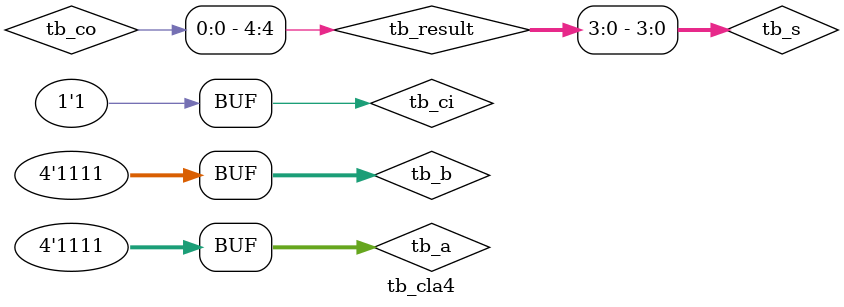
<source format=v>
`timescale 1ns/100ps
module tb_cla4;
	//set reg 0~3 tb_a & tb_b
	reg [3:0] tb_a, tb_b;
	//set reg tb_ci
	reg tb_ci;
	//declare wire 0~3 tb_s
	wire [3:0] tb_s;
	//declare tb_co
	wire tb_co;
	//declare 0~4 tb_result = 5bit
	wire [4:0] tb_result;
	
	//assign tb_result(1bit+4bit)
	assign tb_result = {tb_co, tb_s};
	//use cla4
	cla4 U0_cla4(.a(tb_a),.b(tb_b),.ci(tb_ci),.s(tb_s),.co(tb_co));

initial
begin 
	tb_a=4'b0; tb_b=4'b0; tb_ci = 0;//a=0000,b=0000,ci=0
	#10;
		tb_a=4'b0001; tb_b=4'b0001; tb_ci = 0; //a=0001,b=0001,ci=0
	#10;
		tb_a=4'b1001; tb_b=4'b0110; tb_ci = 0; //a=1001,b=0110,ci=0
	#10;
		tb_a=4'b1111; tb_b=4'b1111; tb_ci = 0; //a=1111,b=1111,ci=0
	#10;
		tb_ci =1;//a=1111,b=1111,ci=1
	#10;
end


endmodule	
</source>
